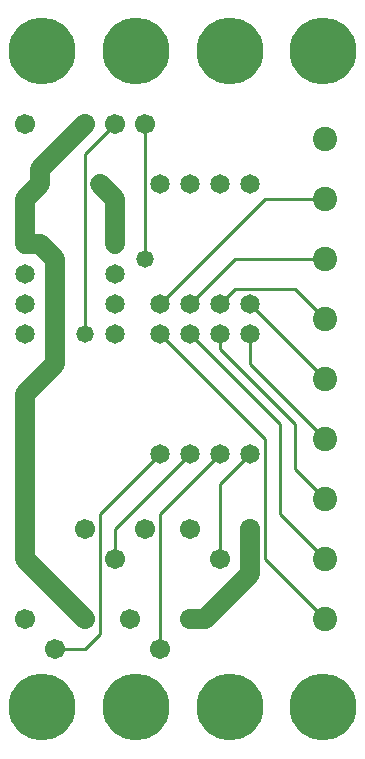
<source format=gtl>
%MOIN*%
%FSLAX25Y25*%
G04 D10 used for Character Trace; *
G04     Circle (OD=.01000) (No hole)*
G04 D11 used for Power Trace; *
G04     Circle (OD=.06700) (No hole)*
G04 D12 used for Signal Trace; *
G04     Circle (OD=.01100) (No hole)*
G04 D13 used for Via; *
G04     Circle (OD=.05800) (Round. Hole ID=.02800)*
G04 D14 used for Component hole; *
G04     Circle (OD=.06500) (Round. Hole ID=.03500)*
G04 D15 used for Component hole; *
G04     Circle (OD=.06700) (Round. Hole ID=.04300)*
G04 D16 used for Component hole; *
G04     Circle (OD=.08100) (Round. Hole ID=.05100)*
G04 D17 used for Component hole; *
G04     Circle (OD=.08900) (Round. Hole ID=.05900)*
G04 D18 used for Component hole; *
G04     Circle (OD=.11300) (Round. Hole ID=.08300)*
G04 D19 used for Component hole; *
G04     Circle (OD=.16000) (Round. Hole ID=.13000)*
G04 D20 used for Component hole; *
G04     Circle (OD=.18300) (Round. Hole ID=.15300)*
G04 D21 used for Component hole; *
G04     Circle (OD=.22291) (Round. Hole ID=.19291)*
%ADD10C,.01000*%
%ADD11C,.06700*%
%ADD12C,.01100*%
%ADD13C,.05800*%
%ADD14C,.06500*%
%ADD15C,.06700*%
%ADD16C,.08100*%
%ADD17C,.08900*%
%ADD18C,.11300*%
%ADD19C,.16000*%
%ADD20C,.18300*%
%ADD21C,.22291*%
%IPPOS*%
%LPD*%
G90*X0Y0D02*D21*X15625Y15625D03*D12*              
X20000Y35000D02*X30000D01*D15*X20000D03*          
X30000Y45000D03*D11*X10000Y65000D01*Y120000D01*   
X20000Y130000D01*Y165000D01*X15000Y170000D01*     
X10000D01*D14*D03*D11*Y185000D01*X15000Y190000D01*
D14*D03*D11*Y195000D01*X30000Y210000D01*D15*D03*  
X40000D03*D12*X30000Y200000D01*Y140000D01*D13*D03*
D14*X40000Y150000D03*Y140000D03*X10000Y160000D03* 
X40000D03*X10000Y150000D03*Y140000D03*D13*        
X50000Y165000D03*D12*Y210000D01*D15*D03*D14*      
X35000Y190000D03*D11*X40000Y185000D01*Y170000D01* 
D14*D03*X55000Y190000D03*Y150000D03*D12*          
X90000Y185000D01*X110000D01*D16*D03*Y205000D03*   
Y165000D03*D12*X80000D01*X65000Y150000D01*D14*D03*
X75000Y140000D03*D12*Y135000D01*X100000Y110000D01*
Y95000D01*X110000Y85000D01*D16*D03*D12*Y65000D02* 
X95000Y80000D01*D16*X110000Y65000D03*D12*         
X95000Y80000D02*Y110000D01*X65000Y140000D01*D14*  
D03*X75000Y150000D03*D12*X80000Y155000D01*        
X100000D01*X110000Y145000D01*D16*D03*Y125000D03*  
D12*X85000Y150000D01*D14*D03*Y140000D03*D12*      
Y130000D01*X110000Y105000D01*D16*D03*D12*         
X90000Y65000D02*Y105000D01*X110000Y45000D02*      
X90000Y65000D01*D16*X110000Y45000D03*D11*         
X70000D02*X85000Y60000D01*X65000Y45000D02*        
X70000D01*D15*X65000D03*X55000Y35000D03*D12*      
Y80000D01*X75000Y100000D01*D14*D03*X85000D03*D12* 
X75000Y90000D01*Y65000D01*D15*D03*X85000Y75000D03*
D11*Y60000D01*D15*X65000Y75000D03*X50000D03*      
X45000Y45000D03*D14*X65000Y100000D03*D12*         
X40000Y75000D01*Y65000D01*D15*D03*X30000Y75000D03*
D12*X35000Y40000D02*Y80000D01*X30000Y35000D02*    
X35000Y40000D01*D15*X10000Y45000D03*D21*          
X46875Y15625D03*D12*X35000Y80000D02*              
X55000Y100000D01*D14*D03*D12*X90000Y105000D02*    
X55000Y140000D01*D14*D03*X85000Y190000D03*        
X75000D03*X65000D03*D15*X10000Y210000D03*D21*     
X109375Y234375D03*X78125D03*X46875D03*X15625D03*  
X78125Y15625D03*X109375D03*M02*                   

</source>
